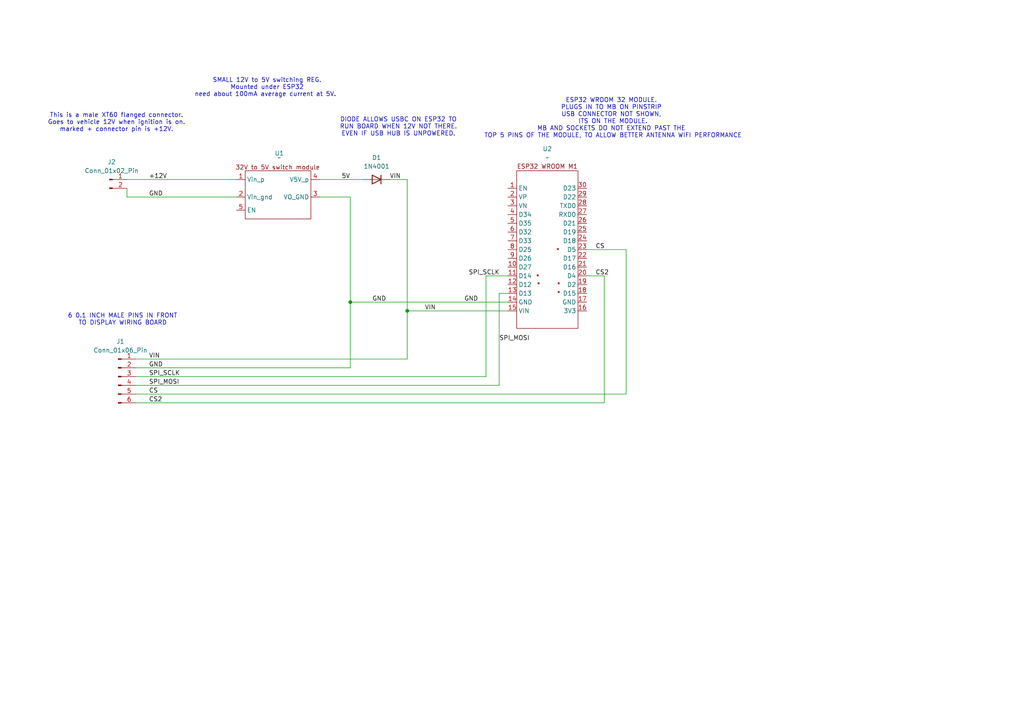
<source format=kicad_sch>
(kicad_sch (version 20250114) (generator "eeschema") (generator_version "9.0")
  (paper "A4")
  (title_block (title "DASHDISPLAY MOTHERBOARD") (date "2025-06-19") (rev "1"))
  (lib_symbols
    (symbol "Connector:Conn_01x02_Pin" (pin_names (offset 1.016) (hide yes))
      (property "Reference" "J" (at 0 2.54 0))
      (property "Value" "Conn_01x02_Pin" (at 0 -5.08 0))
      (symbol "Conn_01x02_Pin_1_1"
        (rectangle (start 0.8636 0.127) (end 0 -0.127) (stroke (width 0.1524)) (fill (type outline)))
        (rectangle (start 0.8636 -2.413) (end 0 -2.667) (stroke (width 0.1524)) (fill (type outline)))
        (polyline (pts (xy 1.27 0) (xy 0.8636 0)) (stroke (width 0.1524)))
        (polyline (pts (xy 1.27 -2.54) (xy 0.8636 -2.54)) (stroke (width 0.1524)))
        (pin passive line (at 5.08 0 180) (length 3.81) (name "Pin_1") (number "1"))
        (pin passive line (at 5.08 -2.54 180) (length 3.81) (name "Pin_2") (number "2"))
      )
    )
    (symbol "Connector:Conn_01x06_Pin" (pin_names (offset 1.016) (hide yes))
      (property "Reference" "J" (at 0 7.62 0))
      (property "Value" "Conn_01x06_Pin" (at 0 -10.16 0))
      (symbol "Conn_01x06_Pin_1_1"
        (rectangle (start 0.8636 5.207) (end 0 4.953) (stroke (width 0.1524)) (fill (type outline)))
        (rectangle (start 0.8636 2.667) (end 0 2.413) (stroke (width 0.1524)) (fill (type outline)))
        (rectangle (start 0.8636 0.127) (end 0 -0.127) (stroke (width 0.1524)) (fill (type outline)))
        (rectangle (start 0.8636 -2.413) (end 0 -2.667) (stroke (width 0.1524)) (fill (type outline)))
        (rectangle (start 0.8636 -4.953) (end 0 -5.207) (stroke (width 0.1524)) (fill (type outline)))
        (rectangle (start 0.8636 -7.493) (end 0 -7.747) (stroke (width 0.1524)) (fill (type outline)))
        (polyline (pts (xy 1.27 5.08) (xy 0.8636 5.08)) (stroke (width 0.1524)))
        (polyline (pts (xy 1.27 2.54) (xy 0.8636 2.54)) (stroke (width 0.1524)))
        (polyline (pts (xy 1.27 0) (xy 0.8636 0)) (stroke (width 0.1524)))
        (polyline (pts (xy 1.27 -2.54) (xy 0.8636 -2.54)) (stroke (width 0.1524)))
        (polyline (pts (xy 1.27 -5.08) (xy 0.8636 -5.08)) (stroke (width 0.1524)))
        (polyline (pts (xy 1.27 -7.62) (xy 0.8636 -7.62)) (stroke (width 0.1524)))
        (pin passive line (at 5.08 5.08 180) (length 3.81) (name "Pin_1") (number "1"))
        (pin passive line (at 5.08 2.54 180) (length 3.81) (name "Pin_2") (number "2"))
        (pin passive line (at 5.08 0 180) (length 3.81) (name "Pin_3") (number "3"))
        (pin passive line (at 5.08 -2.54 180) (length 3.81) (name "Pin_4") (number "4"))
        (pin passive line (at 5.08 -5.08 180) (length 3.81) (name "Pin_5") (number "5"))
        (pin passive line (at 5.08 -7.62 180) (length 3.81) (name "Pin_6") (number "6"))
      )
    )
    (symbol "Diode:1N4001" (pin_numbers (hide yes)) (pin_names (hide yes))
      (property "Reference" "D" (at 0 2.54 0))
      (property "Value" "1N4001" (at 0 -2.54 0))
      (symbol "1N4001_0_1"
        (polyline (pts (xy -1.27 1.27) (xy -1.27 -1.27)) (stroke (width 0.254)))
        (polyline (pts (xy 1.27 1.27) (xy 1.27 -1.27) (xy -1.27 0) (xy 1.27 1.27)) (stroke (width 0.254)))
        (polyline (pts (xy 1.27 0) (xy -1.27 0)))
      )
      (symbol "1N4001_1_1"
        (pin passive line (at -3.81 0 0) (length 2.54) (name "K") (number "1"))
        (pin passive line (at 3.81 0 180) (length 2.54) (name "A") (number "2"))
      )
    )
    (symbol "mower:5Vsw_module"
      (property "Reference" "U" (at 0 0 0))
      (symbol "5Vsw_module_0_1"
        (rectangle (start -8.89 5.08) (end 10.16 -8.89))
      )
      (symbol "5Vsw_module_1_1"
        (text "32V to 5V switch module " (at 1.016 6.096 0) (effects (font (size 1.27 1.27))))
        (pin power_in line (at -11.43 2.54 0) (length 2.54) (name "Vin_p") (number "1"))
        (pin power_in line (at -11.43 -2.54 0) (length 2.54) (name "Vin_gnd") (number "2"))
        (pin input line (at -11.43 -6.35 0) (length 2.54) (name "EN") (number "5"))
        (pin power_out line (at 12.7 2.54 180) (length 2.54) (name "V5V_p") (number "4"))
        (pin power_out line (at 12.7 -2.54 180) (length 2.54) (name "VO_GND") (number "3"))
      )
    )
    (symbol "mower:ESP32_wroom32_m1"
      (property "Reference" "U" (at 0 0 0))
      (symbol "ESP32_wroom32_m1_0_1"
        (rectangle (start -8.89 22.86) (end 8.89 -22.86))
      )
      (symbol "ESP32_wroom32_m1_1_1"
        (text "*" (at -2.794 -7.874 0) (effects (font (size 1.27 1.27))))
        (text "*" (at -2.54 -10.16 0) (effects (font (size 1.27 1.27))))
        (text "ESP32 WROOM M1" (at 0 24.13 0) (effects (font (size 1.27 1.27))))
        (text "*" (at 3.048 -0.254 0) (effects (font (size 1.27 1.27))))
        (text "*" (at 3.302 -10.16 0) (effects (font (size 1.27 1.27))))
        (text "*" (at 3.302 -12.7 0) (effects (font (size 1.27 1.27))))
        (pin input line (at -11.43 17.78 0) (length 2.54) (name "EN") (number "1"))
        (pin input line (at -11.43 15.24 0) (length 2.54) (name "VP") (number "2"))
        (pin input line (at -11.43 12.7 0) (length 2.54) (name "VN") (number "3"))
        (pin input line (at -11.43 10.16 0) (length 2.54) (name "D34") (number "4"))
        (pin input line (at -11.43 7.62 0) (length 2.54) (name "D35") (number "5"))
        (pin bidirectional line (at -11.43 5.08 0) (length 2.54) (name "D32") (number "6"))
        (pin bidirectional line (at -11.43 2.54 0) (length 2.54) (name "D33") (number "7"))
        (pin bidirectional line (at -11.43 0 0) (length 2.54) (name "D25") (number "8"))
        (pin bidirectional line (at -11.43 -2.54 0) (length 2.54) (name "D26") (number "9"))
        (pin bidirectional line (at -11.43 -5.08 0) (length 2.54) (name "D27") (number "10"))
        (pin bidirectional line (at -11.43 -7.62 0) (length 2.54) (name "D14") (number "11"))
        (pin bidirectional line (at -11.43 -10.16 0) (length 2.54) (name "D12") (number "12"))
        (pin bidirectional line (at -11.43 -12.7 0) (length 2.54) (name "D13") (number "13"))
        (pin power_in line (at -11.43 -15.24 0) (length 2.54) (name "GND") (number "14"))
        (pin power_in line (at -11.43 -17.78 0) (length 2.54) (name "VIN") (number "15"))
        (pin bidirectional line (at 11.43 17.78 180) (length 2.54) (name "D23") (number "30"))
        (pin bidirectional line (at 11.43 15.24 180) (length 2.54) (name "D22") (number "29"))
        (pin output line (at 11.43 12.7 180) (length 2.54) (name "TXD0") (number "28"))
        (pin input line (at 11.43 10.16 180) (length 2.54) (name "RXD0") (number "27"))
        (pin bidirectional line (at 11.43 7.62 180) (length 2.54) (name "D21") (number "26"))
        (pin bidirectional line (at 11.43 5.08 180) (length 2.54) (name "D19") (number "25"))
        (pin bidirectional line (at 11.43 2.54 180) (length 2.54) (name "D18") (number "24"))
        (pin bidirectional line (at 11.43 0 180) (length 2.54) (name "D5") (number "23"))
        (pin bidirectional line (at 11.43 -2.54 180) (length 2.54) (name "D17") (number "22"))
        (pin bidirectional line (at 11.43 -5.08 180) (length 2.54) (name "D16") (number "21"))
        (pin bidirectional line (at 11.43 -7.62 180) (length 2.54) (name "D4") (number "20"))
        (pin bidirectional line (at 11.43 -10.16 180) (length 2.54) (name "D2") (number "19"))
        (pin bidirectional line (at 11.43 -12.7 180) (length 2.54) (name "D15") (number "18"))
        (pin power_in line (at 11.43 -15.24 180) (length 2.54) (name "GND") (number "17"))
        (pin power_out line (at 11.43 -17.78 180) (length 2.54) (name "3V3") (number "16"))
      )
    )
  )
  (text "SMALL 12V to 5V switching REG.\nMounted under ESP32\nneed about 100mA average current at 5V. \n" (at 77.47 25.4 0) (effects (font (size 1.27 1.27))))
  (text "ESP32 WROOM 32 MODULE. \nPLUGS IN TO MB ON PINSTRIP \nUSB CONNECTOR NOT SHOWN, \nITS ON THE MODULE.\nMB AND SOCKETS DO NOT EXTEND PAST THE \nTOP 5 PINS OF THE MODULE, TO ALLOW BETTER ANTENNA WIFI PERFORMANCE" (at 177.8 34.29 0) (effects (font (size 1.27 1.27))))
  (text "6 0.1 INCH MALE PINS IN FRONT\nTO DISPLAY WIRING BOARD\n" (at 35.56 92.71 0) (effects (font (size 1.27 1.27))))
  (text "DIODE ALLOWS USBC ON ESP32 TO\nRUN BOARD WHEN 12V NOT THERE.\nEVEN IF USB HUB IS UNPOWERED." (at 115.57 36.83 0) (effects (font (size 1.27 1.27))))
  (text "This is a male XT60 flanged connector. \nGoes to vehicle 12V when ignition is on. \nmarked + connector pin is +12V. " (at 34.29 35.56 0) (effects (font (size 1.27 1.27))))
  (junction (at 118.11 90.17))
  (junction (at 101.6 87.63))
  (wire (pts (xy 118.11 104.14) (xy 118.11 90.17)))
  (wire (pts (xy 147.32 90.17) (xy 118.11 90.17)))
  (wire (pts (xy 36.83 52.07) (xy 68.58 52.07)))
  (wire (pts (xy 39.37 104.14) (xy 118.11 104.14)))
  (wire (pts (xy 170.18 80.01) (xy 175.26 80.01)))
  (wire (pts (xy 181.61 72.39) (xy 170.18 72.39)))
  (wire (pts (xy 101.6 57.15) (xy 101.6 87.63)))
  (wire (pts (xy 175.26 80.01) (xy 175.26 116.84)))
  (wire (pts (xy 101.6 87.63) (xy 147.32 87.63)))
  (wire (pts (xy 140.97 80.01) (xy 147.32 80.01)))
  (wire (pts (xy 118.11 52.07) (xy 113.03 52.07)))
  (wire (pts (xy 92.71 57.15) (xy 101.6 57.15)))
  (wire (pts (xy 39.37 109.22) (xy 140.97 109.22)))
  (wire (pts (xy 175.26 116.84) (xy 39.37 116.84)))
  (wire (pts (xy 39.37 114.3) (xy 181.61 114.3)))
  (wire (pts (xy 144.78 111.76) (xy 39.37 111.76)))
  (wire (pts (xy 36.83 57.15) (xy 36.83 54.61)))
  (wire (pts (xy 181.61 114.3) (xy 181.61 72.39)))
  (wire (pts (xy 140.97 109.22) (xy 140.97 80.01)))
  (wire (pts (xy 147.32 85.09) (xy 144.78 85.09)))
  (wire (pts (xy 68.58 57.15) (xy 36.83 57.15)))
  (wire (pts (xy 144.78 85.09) (xy 144.78 111.76)))
  (wire (pts (xy 118.11 90.17) (xy 118.11 52.07)))
  (wire (pts (xy 101.6 106.68) (xy 101.6 87.63)))
  (wire (pts (xy 92.71 52.07) (xy 105.41 52.07)))
  (wire (pts (xy 39.37 106.68) (xy 101.6 106.68)))
  (label "VIN" (at 43.18 104.14 0))
  (label "VIN" (at 123.19 90.17 0))
  (label "CS" (at 43.18 114.3 0))
  (label "5V" (at 99.06 52.07 0))
  (label "GND" (at 43.18 106.68 0))
  (label "VIN" (at 113.03 52.07 0))
  (label "SPI_MOSI" (at 43.18 111.76 0))
  (label "CS2" (at 43.18 116.84 0))
  (label "GND" (at 43.18 57.15 0))
  (label "SPI_SCLK" (at 43.18 109.22 0))
  (label "CS" (at 172.72 72.39 0))
  (label "GND" (at 134.62 87.63 0))
  (label "+12V" (at 43.18 52.07 0))
  (label "CS2" (at 172.72 80.01 0))
  (label "SPI_SCLK" (at 135.89 80.01 0))
  (label "SPI_MOSI" (at 144.78 99.06 0))
  (label "GND" (at 107.95 87.63 0))
  (symbol (lib_id "Connector:Conn_01x06_Pin") (at 34.29 109.22 0) (unit 1)
    (property "Reference" "J1" (at 34.925 99.06 0))
    (property "Value" "Conn_01x06_Pin" (at 34.925 101.6 0))
    (property "Description" "Generic connector, single row, 01x06, script generated" (effects (hide yes)))
  )
  (symbol (lib_id "mower:ESP32_wroom32_m1") (at 158.75 72.39 0) (unit 1)
    (property "Reference" "U2" (at 158.75 43.18 0))
    (property "Value" "~" (at 158.75 45.72 0))
  )
  (symbol (lib_id "mower:5Vsw_module") (at 80.01 54.61 0) (unit 1)
    (property "Reference" "U1" (at 81.026 44.45 0))
    (property "Value" "~" (at 81.026 45.72 0))
    (property "Footprint" "switcher_en" (effects (hide yes)))
  )
  (symbol (lib_id "Connector:Conn_01x02_Pin") (at 31.75 52.07 0) (unit 1)
    (property "Reference" "J2" (at 32.385 46.99 0))
    (property "Value" "Conn_01x02_Pin" (at 32.385 49.53 0))
    (property "Description" "Generic connector, single row, 01x02, script generated" (effects (hide yes)))
  )
  (symbol (lib_id "Diode:1N4001") (at 109.22 52.07 180) (unit 1)
    (property "Reference" "D1" (at 109.22 45.72 0))
    (property "Value" "1N4001" (at 109.22 48.26 0))
    (property "Footprint" "Diode_THT:D_DO-41_SOD81_P10.16mm_Horizontal" (effects (hide yes)))
    (property "Datasheet" "http://www.vishay.com/docs/88503/1n4001.pdf" (effects (hide yes)))
    (property "Description" "50V 1A General Purpose Rectifier Diode, DO-41" (effects (hide yes)))
    (property "Sim.Device" "D" (effects (hide yes)))
    (property "Sim.Pins" "1=K 2=A" (effects (hide yes)))
  )
)
</source>
